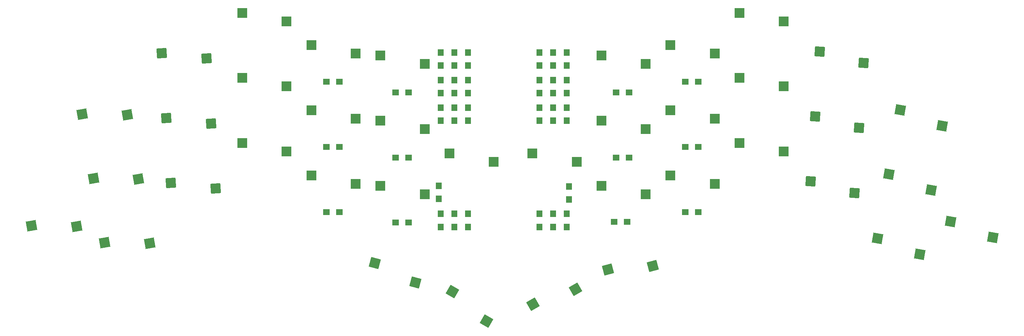
<source format=gbp>
G04 #@! TF.GenerationSoftware,KiCad,Pcbnew,9.0.2*
G04 #@! TF.CreationDate,2025-07-23T11:17:09+09:00*
G04 #@! TF.ProjectId,totem+1,746f7465-6d2b-4312-9e6b-696361645f70,0.3*
G04 #@! TF.SameCoordinates,Original*
G04 #@! TF.FileFunction,Paste,Bot*
G04 #@! TF.FilePolarity,Positive*
%FSLAX46Y46*%
G04 Gerber Fmt 4.6, Leading zero omitted, Abs format (unit mm)*
G04 Created by KiCad (PCBNEW 9.0.2) date 2025-07-23 11:17:09*
%MOMM*%
%LPD*%
G01*
G04 APERTURE LIST*
G04 Aperture macros list*
%AMRotRect*
0 Rectangle, with rotation*
0 The origin of the aperture is its center*
0 $1 length*
0 $2 width*
0 $3 Rotation angle, in degrees counterclockwise*
0 Add horizontal line*
21,1,$1,$2,0,0,$3*%
G04 Aperture macros list end*
%ADD10RotRect,2.600000X2.600000X10.000000*%
%ADD11R,2.600000X2.600000*%
%ADD12RotRect,2.600000X2.600000X4.000000*%
%ADD13RotRect,2.600000X2.600000X356.000000*%
%ADD14RotRect,2.600000X2.600000X350.000000*%
%ADD15RotRect,2.600000X2.600000X345.000000*%
%ADD16RotRect,2.600000X2.600000X15.000000*%
%ADD17RotRect,2.600000X2.600000X30.000000*%
%ADD18RotRect,2.600000X2.600000X330.000000*%
%ADD19R,1.800000X1.500000*%
%ADD20R,1.500000X1.800000*%
G04 APERTURE END LIST*
D10*
X45996171Y-108190391D03*
X57752726Y-108351331D03*
D11*
X117854205Y-93374989D03*
X129404205Y-95574989D03*
X135854205Y-84874989D03*
X147404205Y-87074989D03*
D12*
X60848741Y-58739677D03*
X72524070Y-60128631D03*
D11*
X81854229Y-65218188D03*
X93404229Y-67418188D03*
X175478245Y-93374549D03*
X187028245Y-95574549D03*
D13*
X230064718Y-92207033D03*
X241433118Y-95207362D03*
D10*
X26894113Y-103798440D03*
X38650668Y-103959380D03*
D14*
X253360526Y-73586044D03*
X264353030Y-77758258D03*
D15*
X116404131Y-113494457D03*
X126991173Y-118608854D03*
D11*
X81854229Y-48217968D03*
X93404229Y-50417968D03*
D14*
X266510526Y-102661044D03*
X277503030Y-106833258D03*
D11*
X193478205Y-90654887D03*
X205028205Y-92854887D03*
D16*
X177174185Y-115189722D03*
X188900030Y-114325399D03*
D17*
X157615970Y-124248997D03*
X168718563Y-120379253D03*
D13*
X231250594Y-75248225D03*
X242618994Y-78248554D03*
D11*
X175478245Y-59374549D03*
X187028245Y-61574549D03*
X117854205Y-59374549D03*
X129404205Y-61574549D03*
X99854241Y-56654447D03*
X111404241Y-58854447D03*
D12*
X62034617Y-75698485D03*
X73709946Y-77087439D03*
D11*
X193478205Y-73654667D03*
X205028205Y-75854667D03*
X99854241Y-73654667D03*
X111404241Y-75854667D03*
D14*
X250408467Y-90327993D03*
X261400971Y-94500207D03*
D12*
X63220492Y-92657294D03*
X74895821Y-94046248D03*
D18*
X136616332Y-120973997D03*
X145518925Y-128654253D03*
D11*
X211478165Y-65218188D03*
X223028165Y-67418188D03*
D10*
X40092057Y-74706493D03*
X51848612Y-74867433D03*
D11*
X211478165Y-48217968D03*
X223028165Y-50417968D03*
D13*
X232436469Y-58289416D03*
X243804869Y-61289745D03*
D14*
X247456412Y-107069941D03*
X258448916Y-111242155D03*
D11*
X211478165Y-82218408D03*
X223028165Y-84418408D03*
X99854241Y-90654887D03*
X111404241Y-92854887D03*
X117854205Y-76374769D03*
X129404205Y-78574769D03*
X81854229Y-82218408D03*
X93404229Y-84418408D03*
D10*
X43044113Y-91448440D03*
X54800668Y-91609380D03*
D11*
X157478245Y-84874549D03*
X169028245Y-87074549D03*
X193478205Y-56654447D03*
X205028205Y-58854447D03*
X175478245Y-76374549D03*
X187028245Y-78574549D03*
D19*
X179309000Y-85990000D03*
X182709000Y-85990000D03*
X103809000Y-83240000D03*
X107209000Y-83240000D03*
D20*
X166422435Y-100694348D03*
X166422435Y-104094348D03*
X159322435Y-58597348D03*
X159322435Y-61997348D03*
X162872435Y-65796348D03*
X162872435Y-69196348D03*
D19*
X179309000Y-68990000D03*
X182709000Y-68990000D03*
X121809000Y-68990000D03*
X125209000Y-68990000D03*
D20*
X162872435Y-58597348D03*
X162872435Y-61997348D03*
X137127565Y-100694348D03*
X137127565Y-104094348D03*
X167009000Y-96940000D03*
X167009000Y-93540000D03*
X137127565Y-65796348D03*
X137127565Y-69196348D03*
X137127565Y-58597348D03*
X137127565Y-61997348D03*
X159322435Y-100694348D03*
X159322435Y-104094348D03*
X162872435Y-100694348D03*
X162872435Y-104094348D03*
D19*
X103809000Y-100240000D03*
X107209000Y-100240000D03*
X178809000Y-102740000D03*
X182209000Y-102740000D03*
D20*
X162872435Y-72995348D03*
X162872435Y-76395348D03*
X159322435Y-65796348D03*
X159322435Y-69196348D03*
X166422435Y-72995348D03*
X166422435Y-76395348D03*
X133577565Y-65796348D03*
X133577565Y-69196348D03*
X140677565Y-58592348D03*
X140677565Y-61992348D03*
X133059000Y-96740000D03*
X133059000Y-93340000D03*
X133577565Y-58597348D03*
X133577565Y-61997348D03*
X159322435Y-72995348D03*
X159322435Y-76395348D03*
X140677565Y-72995348D03*
X140677565Y-76395348D03*
X140677565Y-65796348D03*
X140677565Y-69196348D03*
X133577565Y-100694348D03*
X133577565Y-104094348D03*
D19*
X121809000Y-85990000D03*
X125209000Y-85990000D03*
X121809000Y-102990000D03*
X125209000Y-102990000D03*
D20*
X137127565Y-72995348D03*
X137127565Y-76395348D03*
X166422435Y-58597348D03*
X166422435Y-61997348D03*
X140677565Y-100694348D03*
X140677565Y-104094348D03*
D19*
X197309000Y-100240000D03*
X200709000Y-100240000D03*
X103809000Y-66240000D03*
X107209000Y-66240000D03*
X197309000Y-66240000D03*
X200709000Y-66240000D03*
D20*
X166422435Y-65796348D03*
X166422435Y-69196348D03*
X133577565Y-72995348D03*
X133577565Y-76395348D03*
D19*
X197309000Y-83240000D03*
X200709000Y-83240000D03*
M02*

</source>
